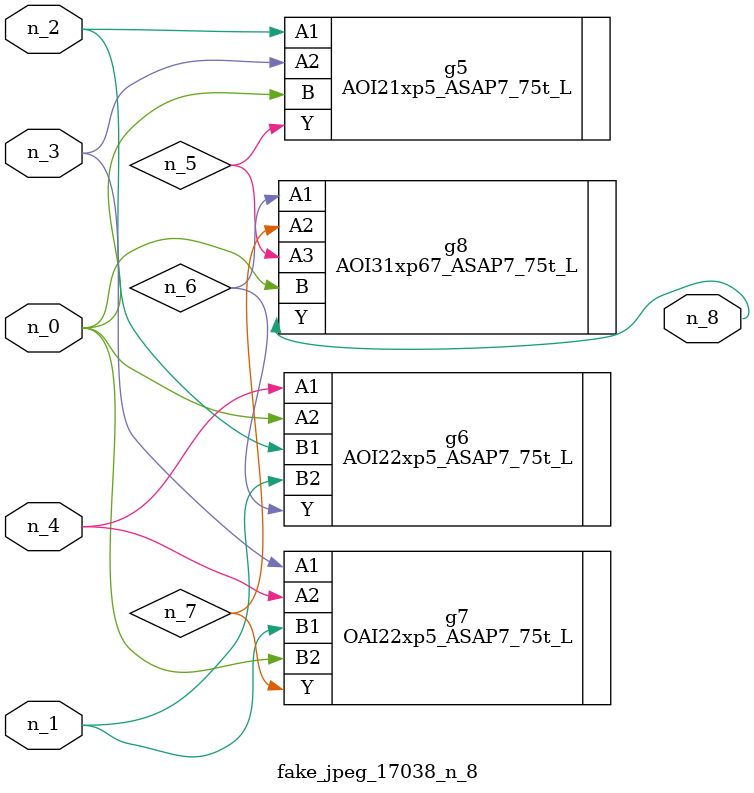
<source format=v>
module fake_jpeg_17038_n_8 (n_3, n_2, n_1, n_0, n_4, n_8);

input n_3;
input n_2;
input n_1;
input n_0;
input n_4;

output n_8;

wire n_6;
wire n_5;
wire n_7;

AOI21xp5_ASAP7_75t_L g5 ( 
.A1(n_2),
.A2(n_3),
.B(n_0),
.Y(n_5)
);

AOI22xp5_ASAP7_75t_L g6 ( 
.A1(n_4),
.A2(n_0),
.B1(n_2),
.B2(n_1),
.Y(n_6)
);

OAI22xp5_ASAP7_75t_L g7 ( 
.A1(n_3),
.A2(n_4),
.B1(n_1),
.B2(n_0),
.Y(n_7)
);

AOI31xp67_ASAP7_75t_L g8 ( 
.A1(n_6),
.A2(n_7),
.A3(n_5),
.B(n_0),
.Y(n_8)
);


endmodule
</source>
